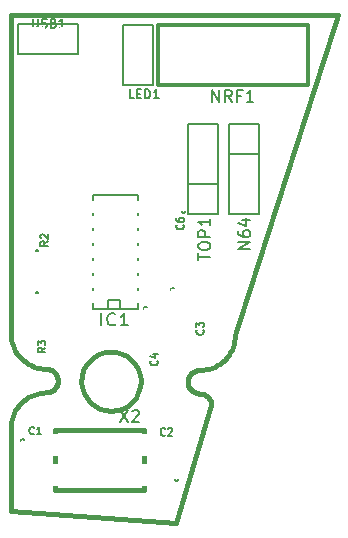
<source format=gto>
G04 (created by PCBNEW-RS274X (2012-01-19 BZR 3256)-stable) date 21-08-2012 09:46:15*
G01*
G70*
G90*
%MOIN*%
G04 Gerber Fmt 3.4, Leading zero omitted, Abs format*
%FSLAX34Y34*%
G04 APERTURE LIST*
%ADD10C,0.006000*%
%ADD11C,0.015000*%
%ADD12C,0.005000*%
%ADD13C,0.008000*%
%ADD14C,0.012000*%
%ADD15C,0.006200*%
%ADD16R,0.075000X0.055000*%
%ADD17R,0.080000X0.080000*%
%ADD18C,0.080000*%
%ADD19R,0.106600X0.075100*%
%ADD20R,0.065000X0.040000*%
G04 APERTURE END LIST*
G54D10*
G54D11*
X50237Y-35394D02*
X50235Y-35360D01*
X50231Y-35326D01*
X50223Y-35293D01*
X50213Y-35260D01*
X50200Y-35228D01*
X50184Y-35198D01*
X50165Y-35169D01*
X50144Y-35141D01*
X50121Y-35116D01*
X50096Y-35093D01*
X50068Y-35072D01*
X50040Y-35053D01*
X50009Y-35037D01*
X49977Y-35024D01*
X49944Y-35014D01*
X49911Y-35006D01*
X49877Y-35002D01*
X49843Y-35000D01*
X49449Y-34606D02*
X49451Y-34640D01*
X49455Y-34674D01*
X49463Y-34707D01*
X49473Y-34740D01*
X49486Y-34772D01*
X49502Y-34802D01*
X49521Y-34831D01*
X49542Y-34859D01*
X49565Y-34884D01*
X49590Y-34907D01*
X49618Y-34928D01*
X49647Y-34947D01*
X49677Y-34963D01*
X49709Y-34976D01*
X49742Y-34986D01*
X49775Y-34994D01*
X49809Y-34998D01*
X49843Y-35000D01*
X49843Y-34212D02*
X49809Y-34214D01*
X49775Y-34218D01*
X49742Y-34226D01*
X49709Y-34236D01*
X49677Y-34249D01*
X49647Y-34265D01*
X49618Y-34284D01*
X49590Y-34305D01*
X49565Y-34328D01*
X49542Y-34353D01*
X49521Y-34381D01*
X49502Y-34410D01*
X49486Y-34440D01*
X49473Y-34472D01*
X49463Y-34505D01*
X49455Y-34538D01*
X49451Y-34572D01*
X49449Y-34606D01*
X49843Y-34212D02*
X49945Y-34207D01*
X50048Y-34194D01*
X50148Y-34171D01*
X50246Y-34140D01*
X50342Y-34101D01*
X50433Y-34053D01*
X50520Y-33998D01*
X50602Y-33935D01*
X50678Y-33866D01*
X50747Y-33790D01*
X50810Y-33708D01*
X50865Y-33621D01*
X50913Y-33530D01*
X50952Y-33434D01*
X50983Y-33336D01*
X51006Y-33236D01*
X51019Y-33133D01*
X51024Y-33031D01*
X44724Y-34961D02*
X44622Y-34966D01*
X44519Y-34979D01*
X44419Y-35002D01*
X44321Y-35033D01*
X44225Y-35072D01*
X44134Y-35120D01*
X44047Y-35175D01*
X43965Y-35238D01*
X43889Y-35307D01*
X43820Y-35383D01*
X43757Y-35465D01*
X43702Y-35552D01*
X43654Y-35643D01*
X43615Y-35739D01*
X43584Y-35837D01*
X43561Y-35937D01*
X43548Y-36040D01*
X43543Y-36142D01*
X44724Y-34961D02*
X44758Y-34959D01*
X44792Y-34955D01*
X44825Y-34947D01*
X44858Y-34937D01*
X44890Y-34924D01*
X44921Y-34908D01*
X44949Y-34889D01*
X44977Y-34868D01*
X45002Y-34845D01*
X45025Y-34820D01*
X45046Y-34792D01*
X45065Y-34763D01*
X45081Y-34733D01*
X45094Y-34701D01*
X45104Y-34668D01*
X45112Y-34635D01*
X45116Y-34601D01*
X45118Y-34567D01*
X45118Y-34567D02*
X45116Y-34533D01*
X45112Y-34499D01*
X45104Y-34466D01*
X45094Y-34433D01*
X45081Y-34401D01*
X45065Y-34371D01*
X45046Y-34342D01*
X45025Y-34314D01*
X45002Y-34289D01*
X44977Y-34266D01*
X44949Y-34245D01*
X44921Y-34226D01*
X44890Y-34210D01*
X44858Y-34197D01*
X44825Y-34187D01*
X44792Y-34179D01*
X44758Y-34175D01*
X44724Y-34173D01*
X43543Y-32992D02*
X43548Y-33094D01*
X43561Y-33197D01*
X43584Y-33297D01*
X43615Y-33395D01*
X43654Y-33491D01*
X43702Y-33582D01*
X43757Y-33669D01*
X43820Y-33751D01*
X43889Y-33827D01*
X43965Y-33896D01*
X44047Y-33959D01*
X44134Y-34014D01*
X44225Y-34062D01*
X44321Y-34101D01*
X44419Y-34132D01*
X44519Y-34155D01*
X44622Y-34168D01*
X44724Y-34173D01*
X51024Y-33031D02*
X54449Y-22382D01*
X43543Y-32992D02*
X43543Y-22382D01*
X43543Y-22382D02*
X54449Y-22382D01*
X47878Y-34587D02*
X47859Y-34778D01*
X47803Y-34963D01*
X47712Y-35133D01*
X47591Y-35283D01*
X47442Y-35406D01*
X47272Y-35497D01*
X47088Y-35554D01*
X46896Y-35574D01*
X46705Y-35557D01*
X46520Y-35503D01*
X46350Y-35413D01*
X46199Y-35292D01*
X46075Y-35145D01*
X45982Y-34976D01*
X45924Y-34792D01*
X45903Y-34600D01*
X45919Y-34409D01*
X45972Y-34224D01*
X46060Y-34052D01*
X46180Y-33901D01*
X46327Y-33776D01*
X46495Y-33682D01*
X46678Y-33623D01*
X46870Y-33600D01*
X47061Y-33615D01*
X47247Y-33666D01*
X47419Y-33753D01*
X47571Y-33872D01*
X47697Y-34018D01*
X47792Y-34186D01*
X47853Y-34369D01*
X47877Y-34560D01*
X47878Y-34587D01*
X50236Y-35394D02*
X49055Y-39311D01*
X43543Y-38917D02*
X43543Y-36102D01*
X43543Y-38917D02*
X49055Y-39311D01*
G54D12*
X44002Y-36555D02*
X44001Y-36564D01*
X43998Y-36574D01*
X43993Y-36582D01*
X43987Y-36590D01*
X43979Y-36596D01*
X43971Y-36601D01*
X43962Y-36603D01*
X43952Y-36604D01*
X43943Y-36604D01*
X43934Y-36601D01*
X43925Y-36596D01*
X43918Y-36590D01*
X43911Y-36583D01*
X43907Y-36574D01*
X43904Y-36565D01*
X43903Y-36555D01*
X43903Y-36546D01*
X43906Y-36537D01*
X43910Y-36528D01*
X43917Y-36521D01*
X43924Y-36514D01*
X43932Y-36510D01*
X43942Y-36507D01*
X43951Y-36506D01*
X43960Y-36506D01*
X43970Y-36509D01*
X43978Y-36513D01*
X43986Y-36519D01*
X43992Y-36527D01*
X43997Y-36535D01*
X44000Y-36544D01*
X44001Y-36554D01*
X44002Y-36555D01*
X43952Y-37005D02*
X43952Y-36605D01*
X43952Y-36605D02*
X44552Y-36605D01*
X44552Y-36605D02*
X44552Y-37005D01*
X44552Y-37405D02*
X44552Y-37805D01*
X44552Y-37805D02*
X43952Y-37805D01*
X43952Y-37805D02*
X43952Y-37405D01*
X49366Y-28918D02*
X49365Y-28927D01*
X49362Y-28937D01*
X49357Y-28945D01*
X49351Y-28953D01*
X49343Y-28959D01*
X49335Y-28964D01*
X49326Y-28966D01*
X49316Y-28967D01*
X49307Y-28967D01*
X49298Y-28964D01*
X49289Y-28959D01*
X49282Y-28953D01*
X49275Y-28946D01*
X49271Y-28937D01*
X49268Y-28928D01*
X49267Y-28918D01*
X49267Y-28909D01*
X49270Y-28900D01*
X49274Y-28891D01*
X49281Y-28884D01*
X49288Y-28877D01*
X49296Y-28873D01*
X49306Y-28870D01*
X49315Y-28869D01*
X49324Y-28869D01*
X49334Y-28872D01*
X49342Y-28876D01*
X49350Y-28882D01*
X49356Y-28890D01*
X49361Y-28898D01*
X49364Y-28907D01*
X49365Y-28917D01*
X49366Y-28918D01*
X49316Y-28468D02*
X49316Y-28868D01*
X49316Y-28868D02*
X48716Y-28868D01*
X48716Y-28868D02*
X48716Y-28468D01*
X48716Y-28068D02*
X48716Y-27668D01*
X48716Y-27668D02*
X49316Y-27668D01*
X49316Y-27668D02*
X49316Y-28068D01*
X48096Y-32145D02*
X48095Y-32154D01*
X48092Y-32164D01*
X48087Y-32172D01*
X48081Y-32180D01*
X48073Y-32186D01*
X48065Y-32191D01*
X48056Y-32193D01*
X48046Y-32194D01*
X48037Y-32194D01*
X48028Y-32191D01*
X48019Y-32186D01*
X48012Y-32180D01*
X48005Y-32173D01*
X48001Y-32164D01*
X47998Y-32155D01*
X47997Y-32145D01*
X47997Y-32136D01*
X48000Y-32127D01*
X48004Y-32118D01*
X48011Y-32111D01*
X48018Y-32104D01*
X48026Y-32100D01*
X48036Y-32097D01*
X48045Y-32096D01*
X48054Y-32096D01*
X48064Y-32099D01*
X48072Y-32103D01*
X48080Y-32109D01*
X48086Y-32117D01*
X48091Y-32125D01*
X48094Y-32134D01*
X48095Y-32144D01*
X48096Y-32145D01*
X48046Y-32595D02*
X48046Y-32195D01*
X48046Y-32195D02*
X48646Y-32195D01*
X48646Y-32195D02*
X48646Y-32595D01*
X48646Y-32995D02*
X48646Y-33395D01*
X48646Y-33395D02*
X48046Y-33395D01*
X48046Y-33395D02*
X48046Y-32995D01*
X49002Y-31515D02*
X49001Y-31524D01*
X48998Y-31534D01*
X48993Y-31542D01*
X48987Y-31550D01*
X48979Y-31556D01*
X48971Y-31561D01*
X48962Y-31563D01*
X48952Y-31564D01*
X48943Y-31564D01*
X48934Y-31561D01*
X48925Y-31556D01*
X48918Y-31550D01*
X48911Y-31543D01*
X48907Y-31534D01*
X48904Y-31525D01*
X48903Y-31515D01*
X48903Y-31506D01*
X48906Y-31497D01*
X48910Y-31488D01*
X48917Y-31481D01*
X48924Y-31474D01*
X48932Y-31470D01*
X48942Y-31467D01*
X48951Y-31466D01*
X48960Y-31466D01*
X48970Y-31469D01*
X48978Y-31473D01*
X48986Y-31479D01*
X48992Y-31487D01*
X48997Y-31495D01*
X49000Y-31504D01*
X49001Y-31514D01*
X49002Y-31515D01*
X48952Y-31965D02*
X48952Y-31565D01*
X48952Y-31565D02*
X49552Y-31565D01*
X49552Y-31565D02*
X49552Y-31965D01*
X49552Y-32365D02*
X49552Y-32765D01*
X49552Y-32765D02*
X48952Y-32765D01*
X48952Y-32765D02*
X48952Y-32365D01*
X49130Y-37855D02*
X49129Y-37864D01*
X49126Y-37874D01*
X49121Y-37882D01*
X49115Y-37890D01*
X49107Y-37896D01*
X49099Y-37901D01*
X49090Y-37903D01*
X49080Y-37904D01*
X49071Y-37904D01*
X49062Y-37901D01*
X49053Y-37896D01*
X49046Y-37890D01*
X49039Y-37883D01*
X49035Y-37874D01*
X49032Y-37865D01*
X49031Y-37855D01*
X49031Y-37846D01*
X49034Y-37837D01*
X49038Y-37828D01*
X49045Y-37821D01*
X49052Y-37814D01*
X49060Y-37810D01*
X49070Y-37807D01*
X49079Y-37806D01*
X49088Y-37806D01*
X49098Y-37809D01*
X49106Y-37813D01*
X49114Y-37819D01*
X49120Y-37827D01*
X49125Y-37835D01*
X49128Y-37844D01*
X49129Y-37854D01*
X49130Y-37855D01*
X49080Y-37405D02*
X49080Y-37805D01*
X49080Y-37805D02*
X48480Y-37805D01*
X48480Y-37805D02*
X48480Y-37405D01*
X48480Y-37005D02*
X48480Y-36605D01*
X48480Y-36605D02*
X49080Y-36605D01*
X49080Y-36605D02*
X49080Y-37005D01*
X44474Y-30256D02*
X44473Y-30265D01*
X44470Y-30275D01*
X44465Y-30283D01*
X44459Y-30291D01*
X44451Y-30297D01*
X44443Y-30302D01*
X44434Y-30304D01*
X44424Y-30305D01*
X44415Y-30305D01*
X44406Y-30302D01*
X44397Y-30297D01*
X44390Y-30291D01*
X44383Y-30284D01*
X44379Y-30275D01*
X44376Y-30266D01*
X44375Y-30256D01*
X44375Y-30247D01*
X44378Y-30238D01*
X44382Y-30229D01*
X44389Y-30222D01*
X44396Y-30215D01*
X44404Y-30211D01*
X44414Y-30208D01*
X44423Y-30207D01*
X44432Y-30207D01*
X44442Y-30210D01*
X44450Y-30214D01*
X44458Y-30220D01*
X44464Y-30228D01*
X44469Y-30236D01*
X44472Y-30245D01*
X44473Y-30255D01*
X44474Y-30256D01*
X44424Y-30706D02*
X44424Y-30306D01*
X44424Y-30306D02*
X45024Y-30306D01*
X45024Y-30306D02*
X45024Y-30706D01*
X45024Y-31106D02*
X45024Y-31506D01*
X45024Y-31506D02*
X44424Y-31506D01*
X44424Y-31506D02*
X44424Y-31106D01*
X44474Y-31673D02*
X44473Y-31682D01*
X44470Y-31692D01*
X44465Y-31700D01*
X44459Y-31708D01*
X44451Y-31714D01*
X44443Y-31719D01*
X44434Y-31721D01*
X44424Y-31722D01*
X44415Y-31722D01*
X44406Y-31719D01*
X44397Y-31714D01*
X44390Y-31708D01*
X44383Y-31701D01*
X44379Y-31692D01*
X44376Y-31683D01*
X44375Y-31673D01*
X44375Y-31664D01*
X44378Y-31655D01*
X44382Y-31646D01*
X44389Y-31639D01*
X44396Y-31632D01*
X44404Y-31628D01*
X44414Y-31625D01*
X44423Y-31624D01*
X44432Y-31624D01*
X44442Y-31627D01*
X44450Y-31631D01*
X44458Y-31637D01*
X44464Y-31645D01*
X44469Y-31653D01*
X44472Y-31662D01*
X44473Y-31672D01*
X44474Y-31673D01*
X44424Y-32123D02*
X44424Y-31723D01*
X44424Y-31723D02*
X45024Y-31723D01*
X45024Y-31723D02*
X45024Y-32123D01*
X45024Y-32523D02*
X45024Y-32923D01*
X45024Y-32923D02*
X44424Y-32923D01*
X44424Y-32923D02*
X44424Y-32523D01*
G54D10*
X43803Y-23689D02*
X43803Y-22689D01*
X43803Y-22689D02*
X45803Y-22689D01*
X45803Y-22689D02*
X45803Y-23689D01*
X45803Y-23689D02*
X43803Y-23689D01*
X50839Y-26020D02*
X51839Y-26020D01*
X51839Y-26020D02*
X51839Y-29020D01*
X51839Y-29020D02*
X50839Y-29020D01*
X50839Y-29020D02*
X50839Y-26020D01*
X51839Y-27020D02*
X50839Y-27020D01*
G54D11*
X45040Y-38210D02*
X45040Y-36202D01*
X45040Y-36202D02*
X47992Y-36202D01*
X47992Y-36202D02*
X47992Y-38210D01*
X47992Y-38210D02*
X45040Y-38210D01*
G54D13*
X46308Y-32176D02*
X46308Y-28376D01*
X46308Y-28376D02*
X47808Y-28376D01*
X47808Y-28376D02*
X47808Y-32176D01*
X47808Y-32176D02*
X46308Y-32176D01*
X46808Y-32176D02*
X46808Y-31876D01*
X46808Y-31876D02*
X47208Y-31876D01*
X47208Y-31876D02*
X47208Y-32176D01*
G54D10*
X50461Y-29020D02*
X49461Y-29020D01*
X49461Y-29020D02*
X49461Y-26020D01*
X49461Y-26020D02*
X50461Y-26020D01*
X50461Y-26020D02*
X50461Y-29020D01*
X49461Y-28020D02*
X50461Y-28020D01*
X48295Y-24701D02*
X47295Y-24701D01*
X47295Y-24701D02*
X47295Y-22701D01*
X47295Y-22701D02*
X48295Y-22701D01*
X48295Y-22701D02*
X48295Y-24701D01*
G54D14*
X48445Y-22701D02*
X53445Y-22701D01*
X53445Y-22701D02*
X53445Y-24701D01*
X53445Y-24701D02*
X48445Y-24701D01*
X48445Y-24701D02*
X48445Y-22701D01*
G54D10*
X44033Y-22919D02*
X44033Y-23459D01*
X44573Y-23459D01*
X44573Y-22919D01*
X44033Y-22919D01*
X45573Y-23189D02*
X45567Y-23241D01*
X45552Y-23291D01*
X45527Y-23338D01*
X45494Y-23379D01*
X45453Y-23412D01*
X45407Y-23437D01*
X45357Y-23453D01*
X45304Y-23458D01*
X45253Y-23454D01*
X45202Y-23439D01*
X45156Y-23414D01*
X45115Y-23381D01*
X45081Y-23341D01*
X45055Y-23295D01*
X45039Y-23245D01*
X45034Y-23192D01*
X45038Y-23141D01*
X45052Y-23090D01*
X45077Y-23043D01*
X45109Y-23002D01*
X45149Y-22968D01*
X45195Y-22942D01*
X45246Y-22926D01*
X45298Y-22920D01*
X45349Y-22924D01*
X45400Y-22938D01*
X45447Y-22962D01*
X45489Y-22994D01*
X45523Y-23034D01*
X45549Y-23080D01*
X45566Y-23130D01*
X45572Y-23182D01*
X45573Y-23189D01*
X51069Y-26250D02*
X51069Y-26790D01*
X51609Y-26790D01*
X51609Y-26250D01*
X51069Y-26250D01*
X51609Y-27520D02*
X51603Y-27572D01*
X51588Y-27622D01*
X51563Y-27669D01*
X51530Y-27710D01*
X51489Y-27743D01*
X51443Y-27768D01*
X51393Y-27784D01*
X51340Y-27789D01*
X51289Y-27785D01*
X51238Y-27770D01*
X51192Y-27745D01*
X51151Y-27712D01*
X51117Y-27672D01*
X51091Y-27626D01*
X51075Y-27576D01*
X51070Y-27523D01*
X51074Y-27472D01*
X51088Y-27421D01*
X51113Y-27374D01*
X51145Y-27333D01*
X51185Y-27299D01*
X51231Y-27273D01*
X51282Y-27257D01*
X51334Y-27251D01*
X51385Y-27255D01*
X51436Y-27269D01*
X51483Y-27293D01*
X51525Y-27325D01*
X51559Y-27365D01*
X51585Y-27411D01*
X51602Y-27461D01*
X51608Y-27513D01*
X51609Y-27520D01*
X51609Y-28520D02*
X51603Y-28572D01*
X51588Y-28622D01*
X51563Y-28669D01*
X51530Y-28710D01*
X51489Y-28743D01*
X51443Y-28768D01*
X51393Y-28784D01*
X51340Y-28789D01*
X51289Y-28785D01*
X51238Y-28770D01*
X51192Y-28745D01*
X51151Y-28712D01*
X51117Y-28672D01*
X51091Y-28626D01*
X51075Y-28576D01*
X51070Y-28523D01*
X51074Y-28472D01*
X51088Y-28421D01*
X51113Y-28374D01*
X51145Y-28333D01*
X51185Y-28299D01*
X51231Y-28273D01*
X51282Y-28257D01*
X51334Y-28251D01*
X51385Y-28255D01*
X51436Y-28269D01*
X51483Y-28293D01*
X51525Y-28325D01*
X51559Y-28365D01*
X51585Y-28411D01*
X51602Y-28461D01*
X51608Y-28513D01*
X51609Y-28520D01*
X49691Y-28250D02*
X49691Y-28790D01*
X50231Y-28790D01*
X50231Y-28250D01*
X49691Y-28250D01*
X50231Y-27520D02*
X50225Y-27572D01*
X50210Y-27622D01*
X50185Y-27669D01*
X50152Y-27710D01*
X50111Y-27743D01*
X50065Y-27768D01*
X50015Y-27784D01*
X49962Y-27789D01*
X49911Y-27785D01*
X49860Y-27770D01*
X49814Y-27745D01*
X49773Y-27712D01*
X49739Y-27672D01*
X49713Y-27626D01*
X49697Y-27576D01*
X49692Y-27523D01*
X49696Y-27472D01*
X49710Y-27421D01*
X49735Y-27374D01*
X49767Y-27333D01*
X49807Y-27299D01*
X49853Y-27273D01*
X49904Y-27257D01*
X49956Y-27251D01*
X50007Y-27255D01*
X50058Y-27269D01*
X50105Y-27293D01*
X50147Y-27325D01*
X50181Y-27365D01*
X50207Y-27411D01*
X50224Y-27461D01*
X50230Y-27513D01*
X50231Y-27520D01*
X50231Y-26520D02*
X50225Y-26572D01*
X50210Y-26622D01*
X50185Y-26669D01*
X50152Y-26710D01*
X50111Y-26743D01*
X50065Y-26768D01*
X50015Y-26784D01*
X49962Y-26789D01*
X49911Y-26785D01*
X49860Y-26770D01*
X49814Y-26745D01*
X49773Y-26712D01*
X49739Y-26672D01*
X49713Y-26626D01*
X49697Y-26576D01*
X49692Y-26523D01*
X49696Y-26472D01*
X49710Y-26421D01*
X49735Y-26374D01*
X49767Y-26333D01*
X49807Y-26299D01*
X49853Y-26273D01*
X49904Y-26257D01*
X49956Y-26251D01*
X50007Y-26255D01*
X50058Y-26269D01*
X50105Y-26293D01*
X50147Y-26325D01*
X50181Y-26365D01*
X50207Y-26411D01*
X50224Y-26461D01*
X50230Y-26513D01*
X50231Y-26520D01*
X47525Y-23931D02*
X47525Y-24471D01*
X48065Y-24471D01*
X48065Y-23931D01*
X47525Y-23931D01*
X48065Y-23201D02*
X48059Y-23253D01*
X48044Y-23303D01*
X48019Y-23350D01*
X47986Y-23391D01*
X47945Y-23424D01*
X47899Y-23449D01*
X47849Y-23465D01*
X47796Y-23470D01*
X47745Y-23466D01*
X47694Y-23451D01*
X47648Y-23426D01*
X47607Y-23393D01*
X47573Y-23353D01*
X47547Y-23307D01*
X47531Y-23257D01*
X47526Y-23204D01*
X47530Y-23153D01*
X47544Y-23102D01*
X47569Y-23055D01*
X47601Y-23014D01*
X47641Y-22980D01*
X47687Y-22954D01*
X47738Y-22938D01*
X47790Y-22932D01*
X47841Y-22936D01*
X47892Y-22950D01*
X47939Y-22974D01*
X47981Y-23006D01*
X48015Y-23046D01*
X48041Y-23092D01*
X48058Y-23142D01*
X48064Y-23194D01*
X48065Y-23201D01*
X48675Y-23931D02*
X48675Y-24471D01*
X49215Y-24471D01*
X49215Y-23931D01*
X48675Y-23931D01*
X49215Y-23201D02*
X49209Y-23253D01*
X49194Y-23303D01*
X49169Y-23350D01*
X49136Y-23391D01*
X49095Y-23424D01*
X49049Y-23449D01*
X48999Y-23465D01*
X48946Y-23470D01*
X48895Y-23466D01*
X48844Y-23451D01*
X48798Y-23426D01*
X48757Y-23393D01*
X48723Y-23353D01*
X48697Y-23307D01*
X48681Y-23257D01*
X48676Y-23204D01*
X48680Y-23153D01*
X48694Y-23102D01*
X48719Y-23055D01*
X48751Y-23014D01*
X48791Y-22980D01*
X48837Y-22954D01*
X48888Y-22938D01*
X48940Y-22932D01*
X48991Y-22936D01*
X49042Y-22950D01*
X49089Y-22974D01*
X49131Y-23006D01*
X49165Y-23046D01*
X49191Y-23092D01*
X49208Y-23142D01*
X49214Y-23194D01*
X49215Y-23201D01*
X50215Y-24201D02*
X50209Y-24253D01*
X50194Y-24303D01*
X50169Y-24350D01*
X50136Y-24391D01*
X50095Y-24424D01*
X50049Y-24449D01*
X49999Y-24465D01*
X49946Y-24470D01*
X49895Y-24466D01*
X49844Y-24451D01*
X49798Y-24426D01*
X49757Y-24393D01*
X49723Y-24353D01*
X49697Y-24307D01*
X49681Y-24257D01*
X49676Y-24204D01*
X49680Y-24153D01*
X49694Y-24102D01*
X49719Y-24055D01*
X49751Y-24014D01*
X49791Y-23980D01*
X49837Y-23954D01*
X49888Y-23938D01*
X49940Y-23932D01*
X49991Y-23936D01*
X50042Y-23950D01*
X50089Y-23974D01*
X50131Y-24006D01*
X50165Y-24046D01*
X50191Y-24092D01*
X50208Y-24142D01*
X50214Y-24194D01*
X50215Y-24201D01*
X50215Y-23201D02*
X50209Y-23253D01*
X50194Y-23303D01*
X50169Y-23350D01*
X50136Y-23391D01*
X50095Y-23424D01*
X50049Y-23449D01*
X49999Y-23465D01*
X49946Y-23470D01*
X49895Y-23466D01*
X49844Y-23451D01*
X49798Y-23426D01*
X49757Y-23393D01*
X49723Y-23353D01*
X49697Y-23307D01*
X49681Y-23257D01*
X49676Y-23204D01*
X49680Y-23153D01*
X49694Y-23102D01*
X49719Y-23055D01*
X49751Y-23014D01*
X49791Y-22980D01*
X49837Y-22954D01*
X49888Y-22938D01*
X49940Y-22932D01*
X49991Y-22936D01*
X50042Y-22950D01*
X50089Y-22974D01*
X50131Y-23006D01*
X50165Y-23046D01*
X50191Y-23092D01*
X50208Y-23142D01*
X50214Y-23194D01*
X50215Y-23201D01*
X51215Y-24201D02*
X51209Y-24253D01*
X51194Y-24303D01*
X51169Y-24350D01*
X51136Y-24391D01*
X51095Y-24424D01*
X51049Y-24449D01*
X50999Y-24465D01*
X50946Y-24470D01*
X50895Y-24466D01*
X50844Y-24451D01*
X50798Y-24426D01*
X50757Y-24393D01*
X50723Y-24353D01*
X50697Y-24307D01*
X50681Y-24257D01*
X50676Y-24204D01*
X50680Y-24153D01*
X50694Y-24102D01*
X50719Y-24055D01*
X50751Y-24014D01*
X50791Y-23980D01*
X50837Y-23954D01*
X50888Y-23938D01*
X50940Y-23932D01*
X50991Y-23936D01*
X51042Y-23950D01*
X51089Y-23974D01*
X51131Y-24006D01*
X51165Y-24046D01*
X51191Y-24092D01*
X51208Y-24142D01*
X51214Y-24194D01*
X51215Y-24201D01*
X51215Y-23201D02*
X51209Y-23253D01*
X51194Y-23303D01*
X51169Y-23350D01*
X51136Y-23391D01*
X51095Y-23424D01*
X51049Y-23449D01*
X50999Y-23465D01*
X50946Y-23470D01*
X50895Y-23466D01*
X50844Y-23451D01*
X50798Y-23426D01*
X50757Y-23393D01*
X50723Y-23353D01*
X50697Y-23307D01*
X50681Y-23257D01*
X50676Y-23204D01*
X50680Y-23153D01*
X50694Y-23102D01*
X50719Y-23055D01*
X50751Y-23014D01*
X50791Y-22980D01*
X50837Y-22954D01*
X50888Y-22938D01*
X50940Y-22932D01*
X50991Y-22936D01*
X51042Y-22950D01*
X51089Y-22974D01*
X51131Y-23006D01*
X51165Y-23046D01*
X51191Y-23092D01*
X51208Y-23142D01*
X51214Y-23194D01*
X51215Y-23201D01*
X52215Y-24201D02*
X52209Y-24253D01*
X52194Y-24303D01*
X52169Y-24350D01*
X52136Y-24391D01*
X52095Y-24424D01*
X52049Y-24449D01*
X51999Y-24465D01*
X51946Y-24470D01*
X51895Y-24466D01*
X51844Y-24451D01*
X51798Y-24426D01*
X51757Y-24393D01*
X51723Y-24353D01*
X51697Y-24307D01*
X51681Y-24257D01*
X51676Y-24204D01*
X51680Y-24153D01*
X51694Y-24102D01*
X51719Y-24055D01*
X51751Y-24014D01*
X51791Y-23980D01*
X51837Y-23954D01*
X51888Y-23938D01*
X51940Y-23932D01*
X51991Y-23936D01*
X52042Y-23950D01*
X52089Y-23974D01*
X52131Y-24006D01*
X52165Y-24046D01*
X52191Y-24092D01*
X52208Y-24142D01*
X52214Y-24194D01*
X52215Y-24201D01*
X52215Y-23201D02*
X52209Y-23253D01*
X52194Y-23303D01*
X52169Y-23350D01*
X52136Y-23391D01*
X52095Y-23424D01*
X52049Y-23449D01*
X51999Y-23465D01*
X51946Y-23470D01*
X51895Y-23466D01*
X51844Y-23451D01*
X51798Y-23426D01*
X51757Y-23393D01*
X51723Y-23353D01*
X51697Y-23307D01*
X51681Y-23257D01*
X51676Y-23204D01*
X51680Y-23153D01*
X51694Y-23102D01*
X51719Y-23055D01*
X51751Y-23014D01*
X51791Y-22980D01*
X51837Y-22954D01*
X51888Y-22938D01*
X51940Y-22932D01*
X51991Y-22936D01*
X52042Y-22950D01*
X52089Y-22974D01*
X52131Y-23006D01*
X52165Y-23046D01*
X52191Y-23092D01*
X52208Y-23142D01*
X52214Y-23194D01*
X52215Y-23201D01*
X53215Y-24201D02*
X53209Y-24253D01*
X53194Y-24303D01*
X53169Y-24350D01*
X53136Y-24391D01*
X53095Y-24424D01*
X53049Y-24449D01*
X52999Y-24465D01*
X52946Y-24470D01*
X52895Y-24466D01*
X52844Y-24451D01*
X52798Y-24426D01*
X52757Y-24393D01*
X52723Y-24353D01*
X52697Y-24307D01*
X52681Y-24257D01*
X52676Y-24204D01*
X52680Y-24153D01*
X52694Y-24102D01*
X52719Y-24055D01*
X52751Y-24014D01*
X52791Y-23980D01*
X52837Y-23954D01*
X52888Y-23938D01*
X52940Y-23932D01*
X52991Y-23936D01*
X53042Y-23950D01*
X53089Y-23974D01*
X53131Y-24006D01*
X53165Y-24046D01*
X53191Y-24092D01*
X53208Y-24142D01*
X53214Y-24194D01*
X53215Y-24201D01*
X53215Y-23201D02*
X53209Y-23253D01*
X53194Y-23303D01*
X53169Y-23350D01*
X53136Y-23391D01*
X53095Y-23424D01*
X53049Y-23449D01*
X52999Y-23465D01*
X52946Y-23470D01*
X52895Y-23466D01*
X52844Y-23451D01*
X52798Y-23426D01*
X52757Y-23393D01*
X52723Y-23353D01*
X52697Y-23307D01*
X52681Y-23257D01*
X52676Y-23204D01*
X52680Y-23153D01*
X52694Y-23102D01*
X52719Y-23055D01*
X52751Y-23014D01*
X52791Y-22980D01*
X52837Y-22954D01*
X52888Y-22938D01*
X52940Y-22932D01*
X52991Y-22936D01*
X53042Y-22950D01*
X53089Y-22974D01*
X53131Y-23006D01*
X53165Y-23046D01*
X53191Y-23092D01*
X53208Y-23142D01*
X53214Y-23194D01*
X53215Y-23201D01*
G54D12*
X44328Y-36337D02*
X44316Y-36349D01*
X44281Y-36361D01*
X44257Y-36361D01*
X44221Y-36349D01*
X44197Y-36325D01*
X44186Y-36302D01*
X44174Y-36254D01*
X44174Y-36218D01*
X44186Y-36171D01*
X44197Y-36147D01*
X44221Y-36123D01*
X44257Y-36111D01*
X44281Y-36111D01*
X44316Y-36123D01*
X44328Y-36135D01*
X44566Y-36361D02*
X44424Y-36361D01*
X44495Y-36361D02*
X44495Y-36111D01*
X44471Y-36147D01*
X44447Y-36171D01*
X44424Y-36183D01*
X49290Y-29373D02*
X49302Y-29385D01*
X49314Y-29420D01*
X49314Y-29444D01*
X49302Y-29480D01*
X49278Y-29504D01*
X49255Y-29515D01*
X49207Y-29527D01*
X49171Y-29527D01*
X49124Y-29515D01*
X49100Y-29504D01*
X49076Y-29480D01*
X49064Y-29444D01*
X49064Y-29420D01*
X49076Y-29385D01*
X49088Y-29373D01*
X49064Y-29158D02*
X49064Y-29206D01*
X49076Y-29230D01*
X49088Y-29242D01*
X49124Y-29265D01*
X49171Y-29277D01*
X49267Y-29277D01*
X49290Y-29265D01*
X49302Y-29254D01*
X49314Y-29230D01*
X49314Y-29182D01*
X49302Y-29158D01*
X49290Y-29146D01*
X49267Y-29135D01*
X49207Y-29135D01*
X49183Y-29146D01*
X49171Y-29158D01*
X49159Y-29182D01*
X49159Y-29230D01*
X49171Y-29254D01*
X49183Y-29265D01*
X49207Y-29277D01*
X48423Y-33900D02*
X48435Y-33912D01*
X48447Y-33947D01*
X48447Y-33971D01*
X48435Y-34007D01*
X48411Y-34031D01*
X48388Y-34042D01*
X48340Y-34054D01*
X48304Y-34054D01*
X48257Y-34042D01*
X48233Y-34031D01*
X48209Y-34007D01*
X48197Y-33971D01*
X48197Y-33947D01*
X48209Y-33912D01*
X48221Y-33900D01*
X48281Y-33685D02*
X48447Y-33685D01*
X48185Y-33745D02*
X48364Y-33804D01*
X48364Y-33650D01*
X49959Y-32877D02*
X49971Y-32889D01*
X49983Y-32924D01*
X49983Y-32948D01*
X49971Y-32984D01*
X49947Y-33008D01*
X49924Y-33019D01*
X49876Y-33031D01*
X49840Y-33031D01*
X49793Y-33019D01*
X49769Y-33008D01*
X49745Y-32984D01*
X49733Y-32948D01*
X49733Y-32924D01*
X49745Y-32889D01*
X49757Y-32877D01*
X49733Y-32793D02*
X49733Y-32639D01*
X49828Y-32722D01*
X49828Y-32686D01*
X49840Y-32662D01*
X49852Y-32650D01*
X49876Y-32639D01*
X49936Y-32639D01*
X49959Y-32650D01*
X49971Y-32662D01*
X49983Y-32686D01*
X49983Y-32758D01*
X49971Y-32781D01*
X49959Y-32793D01*
X48699Y-36377D02*
X48687Y-36389D01*
X48652Y-36401D01*
X48628Y-36401D01*
X48592Y-36389D01*
X48568Y-36365D01*
X48557Y-36342D01*
X48545Y-36294D01*
X48545Y-36258D01*
X48557Y-36211D01*
X48568Y-36187D01*
X48592Y-36163D01*
X48628Y-36151D01*
X48652Y-36151D01*
X48687Y-36163D01*
X48699Y-36175D01*
X48795Y-36175D02*
X48807Y-36163D01*
X48830Y-36151D01*
X48890Y-36151D01*
X48914Y-36163D01*
X48926Y-36175D01*
X48937Y-36199D01*
X48937Y-36223D01*
X48926Y-36258D01*
X48783Y-36401D01*
X48937Y-36401D01*
X44786Y-29924D02*
X44667Y-30007D01*
X44786Y-30066D02*
X44536Y-30066D01*
X44536Y-29971D01*
X44548Y-29947D01*
X44560Y-29936D01*
X44584Y-29924D01*
X44620Y-29924D01*
X44643Y-29936D01*
X44655Y-29947D01*
X44667Y-29971D01*
X44667Y-30066D01*
X44560Y-29828D02*
X44548Y-29816D01*
X44536Y-29793D01*
X44536Y-29733D01*
X44548Y-29709D01*
X44560Y-29697D01*
X44584Y-29686D01*
X44608Y-29686D01*
X44643Y-29697D01*
X44786Y-29840D01*
X44786Y-29686D01*
X44707Y-33468D02*
X44588Y-33551D01*
X44707Y-33610D02*
X44457Y-33610D01*
X44457Y-33515D01*
X44469Y-33491D01*
X44481Y-33480D01*
X44505Y-33468D01*
X44541Y-33468D01*
X44564Y-33480D01*
X44576Y-33491D01*
X44588Y-33515D01*
X44588Y-33610D01*
X44457Y-33384D02*
X44457Y-33230D01*
X44552Y-33313D01*
X44552Y-33277D01*
X44564Y-33253D01*
X44576Y-33241D01*
X44600Y-33230D01*
X44660Y-33230D01*
X44683Y-33241D01*
X44695Y-33253D01*
X44707Y-33277D01*
X44707Y-33349D01*
X44695Y-33372D01*
X44683Y-33384D01*
G54D10*
X44281Y-22498D02*
X44281Y-22741D01*
X44296Y-22770D01*
X44310Y-22784D01*
X44339Y-22798D01*
X44396Y-22798D01*
X44424Y-22784D01*
X44439Y-22770D01*
X44453Y-22741D01*
X44453Y-22498D01*
X44581Y-22784D02*
X44624Y-22798D01*
X44695Y-22798D01*
X44724Y-22784D01*
X44738Y-22770D01*
X44753Y-22741D01*
X44753Y-22713D01*
X44738Y-22684D01*
X44724Y-22670D01*
X44695Y-22656D01*
X44638Y-22641D01*
X44610Y-22627D01*
X44595Y-22613D01*
X44581Y-22584D01*
X44581Y-22556D01*
X44595Y-22527D01*
X44610Y-22513D01*
X44638Y-22498D01*
X44710Y-22498D01*
X44753Y-22513D01*
X44981Y-22641D02*
X45024Y-22656D01*
X45039Y-22670D01*
X45053Y-22698D01*
X45053Y-22741D01*
X45039Y-22770D01*
X45024Y-22784D01*
X44996Y-22798D01*
X44881Y-22798D01*
X44881Y-22498D01*
X44981Y-22498D01*
X45010Y-22513D01*
X45024Y-22527D01*
X45039Y-22556D01*
X45039Y-22584D01*
X45024Y-22613D01*
X45010Y-22627D01*
X44981Y-22641D01*
X44881Y-22641D01*
X45339Y-22798D02*
X45167Y-22798D01*
X45253Y-22798D02*
X45253Y-22498D01*
X45224Y-22541D01*
X45196Y-22570D01*
X45167Y-22584D01*
X51540Y-30180D02*
X51140Y-30180D01*
X51540Y-29951D01*
X51140Y-29951D01*
X51140Y-29589D02*
X51140Y-29666D01*
X51159Y-29704D01*
X51178Y-29723D01*
X51235Y-29761D01*
X51311Y-29780D01*
X51464Y-29780D01*
X51502Y-29761D01*
X51521Y-29742D01*
X51540Y-29704D01*
X51540Y-29627D01*
X51521Y-29589D01*
X51502Y-29570D01*
X51464Y-29551D01*
X51368Y-29551D01*
X51330Y-29570D01*
X51311Y-29589D01*
X51292Y-29627D01*
X51292Y-29704D01*
X51311Y-29742D01*
X51330Y-29761D01*
X51368Y-29780D01*
X51273Y-29208D02*
X51540Y-29208D01*
X51121Y-29304D02*
X51407Y-29399D01*
X51407Y-29151D01*
G54D15*
X47200Y-35550D02*
X47463Y-35950D01*
X47463Y-35550D02*
X47200Y-35950D01*
X47594Y-35588D02*
X47613Y-35569D01*
X47650Y-35550D01*
X47744Y-35550D01*
X47782Y-35569D01*
X47800Y-35588D01*
X47819Y-35626D01*
X47819Y-35664D01*
X47800Y-35721D01*
X47575Y-35950D01*
X47819Y-35950D01*
G54D12*
X46569Y-32721D02*
X46569Y-32321D01*
X47040Y-32683D02*
X47019Y-32702D01*
X46955Y-32721D01*
X46912Y-32721D01*
X46847Y-32702D01*
X46805Y-32664D01*
X46783Y-32626D01*
X46762Y-32549D01*
X46762Y-32492D01*
X46783Y-32416D01*
X46805Y-32378D01*
X46847Y-32340D01*
X46912Y-32321D01*
X46955Y-32321D01*
X47019Y-32340D01*
X47040Y-32359D01*
X47469Y-32721D02*
X47212Y-32721D01*
X47340Y-32721D02*
X47340Y-32321D01*
X47297Y-32378D01*
X47255Y-32416D01*
X47212Y-32435D01*
G54D10*
X49801Y-30557D02*
X49801Y-30328D01*
X50201Y-30443D02*
X49801Y-30443D01*
X49801Y-30119D02*
X49801Y-30042D01*
X49820Y-30004D01*
X49858Y-29966D01*
X49934Y-29947D01*
X50068Y-29947D01*
X50144Y-29966D01*
X50182Y-30004D01*
X50201Y-30042D01*
X50201Y-30119D01*
X50182Y-30157D01*
X50144Y-30195D01*
X50068Y-30214D01*
X49934Y-30214D01*
X49858Y-30195D01*
X49820Y-30157D01*
X49801Y-30119D01*
X50201Y-29776D02*
X49801Y-29776D01*
X49801Y-29623D01*
X49820Y-29585D01*
X49839Y-29566D01*
X49877Y-29547D01*
X49934Y-29547D01*
X49972Y-29566D01*
X49991Y-29585D01*
X50010Y-29623D01*
X50010Y-29776D01*
X50201Y-29166D02*
X50201Y-29395D01*
X50201Y-29281D02*
X49801Y-29281D01*
X49858Y-29319D01*
X49896Y-29357D01*
X49915Y-29395D01*
X47656Y-25160D02*
X47513Y-25160D01*
X47513Y-24860D01*
X47756Y-25003D02*
X47856Y-25003D01*
X47899Y-25160D02*
X47756Y-25160D01*
X47756Y-24860D01*
X47899Y-24860D01*
X48027Y-25160D02*
X48027Y-24860D01*
X48099Y-24860D01*
X48142Y-24875D01*
X48170Y-24903D01*
X48185Y-24932D01*
X48199Y-24989D01*
X48199Y-25032D01*
X48185Y-25089D01*
X48170Y-25118D01*
X48142Y-25146D01*
X48099Y-25160D01*
X48027Y-25160D01*
X48485Y-25160D02*
X48313Y-25160D01*
X48399Y-25160D02*
X48399Y-24860D01*
X48370Y-24903D01*
X48342Y-24932D01*
X48313Y-24946D01*
G54D13*
X50269Y-25280D02*
X50269Y-24880D01*
X50498Y-25280D01*
X50498Y-24880D01*
X50917Y-25280D02*
X50783Y-25089D01*
X50688Y-25280D02*
X50688Y-24880D01*
X50841Y-24880D01*
X50879Y-24899D01*
X50898Y-24918D01*
X50917Y-24956D01*
X50917Y-25013D01*
X50898Y-25051D01*
X50879Y-25070D01*
X50841Y-25089D01*
X50688Y-25089D01*
X51222Y-25070D02*
X51088Y-25070D01*
X51088Y-25280D02*
X51088Y-24880D01*
X51279Y-24880D01*
X51641Y-25280D02*
X51412Y-25280D01*
X51526Y-25280D02*
X51526Y-24880D01*
X51488Y-24937D01*
X51450Y-24975D01*
X51412Y-24994D01*
%LPC*%
G54D16*
X44252Y-36830D03*
X44252Y-37580D03*
X49016Y-28643D03*
X49016Y-27893D03*
X48346Y-32420D03*
X48346Y-33170D03*
X49252Y-31790D03*
X49252Y-32540D03*
X48780Y-37580D03*
X48780Y-36830D03*
X44724Y-30531D03*
X44724Y-31281D03*
X44724Y-31948D03*
X44724Y-32698D03*
G54D17*
X44303Y-23189D03*
G54D18*
X45303Y-23189D03*
G54D17*
X51339Y-26520D03*
G54D18*
X51339Y-27520D03*
X51339Y-28520D03*
G54D19*
X45276Y-37698D03*
X47756Y-37698D03*
X45276Y-36714D03*
X47756Y-36714D03*
G54D20*
X48108Y-31776D03*
X48108Y-31276D03*
X48108Y-30776D03*
X48108Y-30276D03*
X48108Y-29776D03*
X48108Y-29276D03*
X48108Y-28776D03*
X46008Y-28776D03*
X46008Y-29276D03*
X46008Y-29776D03*
X46008Y-30276D03*
X46008Y-30776D03*
X46008Y-31276D03*
X46008Y-31776D03*
G54D17*
X49961Y-28520D03*
G54D18*
X49961Y-27520D03*
X49961Y-26520D03*
G54D17*
X47795Y-24201D03*
G54D18*
X47795Y-23201D03*
G54D17*
X48945Y-24201D03*
G54D18*
X48945Y-23201D03*
X49945Y-24201D03*
X49945Y-23201D03*
X50945Y-24201D03*
X50945Y-23201D03*
X51945Y-24201D03*
X51945Y-23201D03*
X52945Y-24201D03*
X52945Y-23201D03*
M02*

</source>
